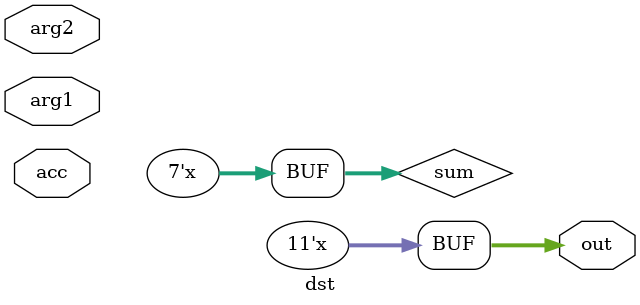
<source format=v>
module dst(acc, arg1, arg2, out);
    input signed [10:0] acc;
    input signed [10:0] arg1;
    input signed [10:0] arg2;
    output wire signed [10:0] out;

    wire [10:0] bin;
    wire [12:0] bcd;

    reg [10:0] acc_safe;
 
    bin2bcd UBCD(.bin(acc_safe), .bcd(bcd));

    reg signed [5:0] currDigit;
    reg signed [6:0] sum;
    reg signed  [10:0] to_add;

    //
    always @(*) begin
        if(acc >= 0)
            acc_safe = acc;
        else
            acc_safe = -acc;

        // Get current digit
        // TODO: Use dgt core instead of repeating hardware
        if(arg1 >= 0 && arg1 < 3)
            currDigit <= bcd[4*arg1+:4];
        else
            currDigit <= 0;

        sum <= arg2 - currDigit;

        if(arg1 == 0) // Change 1st digit
            to_add <= sum;
        else if (arg1 == 1) // Change 2nd digit
            to_add <= (sum<<3) + (sum<<1); //sum * 10
        else if (arg1 == 2) // Change 3rd digit
            to_add <= (sum<<6) + (sum<<5) + (sum<<2); // sum * 100
        else
            to_add <= 0;
        
        if(acc >= 0)
            out <= acc_safe+to_add;
        else
            out <= acc_safe-to_add;
    end



`ifdef FORMAL
    always @(*) begin
        assume(acc <= 999 && acc >= -999);
        
        assume(arg2 >= 0 && arg2 <= 9); // Behavior undefined for invalid arg2

        assert(acc_safe >= 0);

        assert(sum >=-9 && sum <= 9);

        assert(sum == arg2 - currDigit);

        if(arg1 == 0)
            assert(currDigit == (acc_safe % 10));
        else if(arg1 == 1)
            assert(currDigit == ((acc_safe/10) % 10));
        else if(arg1 == 2)
            assert(currDigit == ((acc_safe/100) % 10));
        else
            assert(currDigit <= 0);

        if (arg1 == 0)
            assert(to_add == sum);
        else if (arg1 == 1)
            assert(to_add == sum * 10);
        else if (arg1 == 2)
            assert(to_add == sum * 100);
        else
            assert(to_add == 0);
    end
`endif
endmodule

</source>
